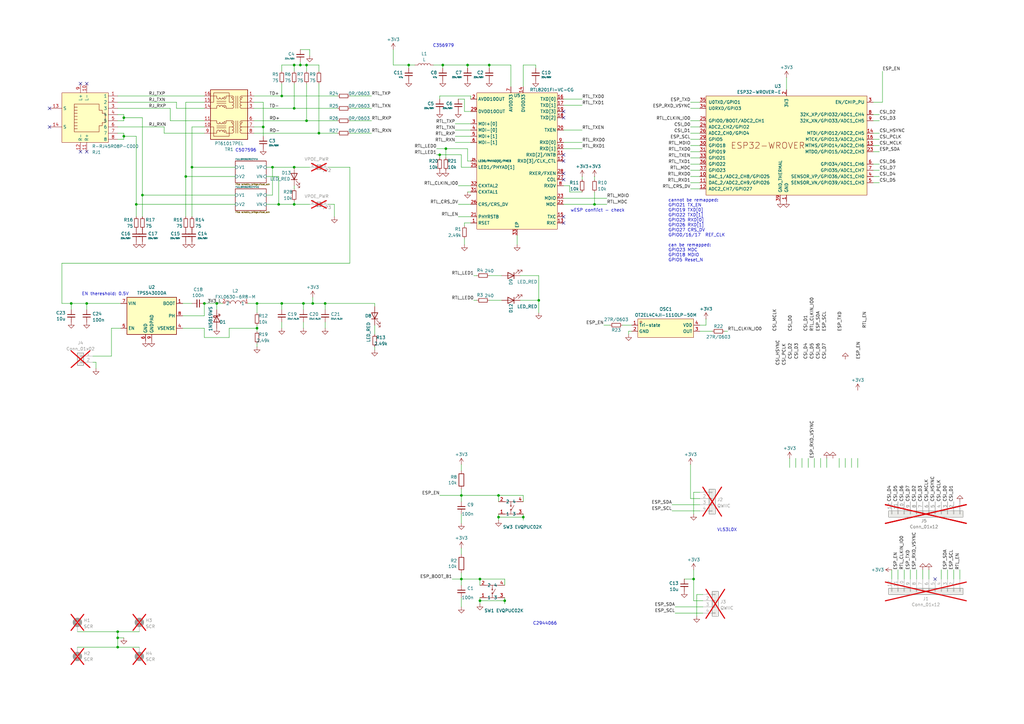
<source format=kicad_sch>
(kicad_sch (version 20231120) (generator "eeschema") (generator_version "8.0")
  (paper "A3")
  (junction (at 196.85 246.38))
  (junction (at 120.65 44.45))
  (junction (at 204.47 203.2))
  (junction (at 243.84 83.82))
  (junction (at 214.63 212.09))
  (junction (at 88.9 124.46))
  (junction (at 167.64 26.67))
  (junction (at 50.8 55.88))
  (junction (at 207.01 246.38))
  (junction (at 191.77 26.67))
  (junction (at 111.76 68.58))
  (junction (at 105.41 124.46))
  (junction (at 124.46 124.46))
  (junction (at 220.98 123.19))
  (junction (at 78.74 68.58))
  (junction (at 115.57 39.37))
  (junction (at 189.23 237.49))
  (junction (at 114.3 83.82))
  (junction (at 204.47 212.09))
  (junction (at 105.41 134.62))
  (junction (at 284.48 237.49))
  (junction (at 133.35 124.46))
  (junction (at 115.57 124.46))
  (junction (at 29.21 124.46))
  (junction (at 125.73 26.67))
  (junction (at 48.26 261.62))
  (junction (at 107.95 52.07))
  (junction (at 123.19 26.67))
  (junction (at 181.61 26.67))
  (junction (at 125.73 49.53))
  (junction (at 55.88 83.82))
  (junction (at 120.65 83.82))
  (junction (at 128.27 124.46))
  (junction (at 189.23 203.2))
  (junction (at 48.26 265.43))
  (junction (at 130.81 54.61))
  (junction (at 76.2 72.39))
  (junction (at 200.66 26.67))
  (junction (at 35.56 124.46))
  (junction (at 48.26 259.08))
  (junction (at 120.65 26.67))
  (junction (at 182.88 60.96))
  (junction (at 50.8 48.26))
  (junction (at 196.85 237.49))
  (junction (at 58.42 80.01))
  (junction (at 180.34 63.5))
  (junction (at 83.82 124.46))
  (junction (at 120.65 68.58))
  (no_connect (at 231.14 63.5))
  (no_connect (at 35.56 62.23))
  (no_connect (at 35.56 34.29))
  (no_connect (at 383.54 237.49))
  (no_connect (at 231.14 88.9))
  (no_connect (at 231.14 71.12))
  (no_connect (at 231.14 48.26))
  (no_connect (at 231.14 91.44))
  (no_connect (at 231.14 73.66))
  (no_connect (at 231.14 45.72))
  (no_connect (at 231.14 66.04))
  (no_connect (at 20.32 44.45))
  (no_connect (at 33.02 34.29))
  (no_connect (at 20.32 52.07))
  (no_connect (at 33.02 62.23))
  (wire (pts (xy 233.68 76.2) (xy 233.68 78.74)))
  (wire (pts (xy 48.26 54.61) (xy 50.8 54.61)))
  (wire (pts (xy 115.57 124.46) (xy 115.57 127)))
  (wire (pts (xy 207.01 246.38) (xy 196.85 246.38)))
  (wire (pts (xy 196.85 237.49) (xy 196.85 240.03)))
  (wire (pts (xy 187.96 88.9) (xy 193.04 88.9)))
  (wire (pts (xy 115.57 39.37) (xy 104.14 39.37)))
  (wire (pts (xy 180.34 39.37) (xy 180.34 40.64)))
  (wire (pts (xy 189.23 203.2) (xy 189.23 205.74)))
  (wire (pts (xy 35.56 124.46) (xy 35.56 127)))
  (wire (pts (xy 214.63 210.82) (xy 214.63 212.09)))
  (wire (pts (xy 334.01 191.77) (xy 334.01 187.96)))
  (wire (pts (xy 243.84 78.74) (xy 243.84 83.82)))
  (wire (pts (xy 214.63 212.09) (xy 204.47 212.09)))
  (wire (pts (xy 83.82 134.62) (xy 83.82 138.43)))
  (wire (pts (xy 78.74 68.58) (xy 96.52 68.58)))
  (wire (pts (xy 297.18 135.89) (xy 298.45 135.89)))
  (wire (pts (xy 373.38 237.49) (xy 373.38 233.68)))
  (wire (pts (xy 190.5 100.33) (xy 190.5 97.79)))
  (wire (pts (xy 200.66 123.19) (xy 205.74 123.19)))
  (wire (pts (xy 105.41 124.46) (xy 115.57 124.46)))
  (wire (pts (xy 189.23 214.63) (xy 189.23 210.82)))
  (wire (pts (xy 283.21 54.61) (xy 287.02 54.61)))
  (wire (pts (xy 375.92 237.49) (xy 375.92 233.68)))
  (wire (pts (xy 283.21 52.07) (xy 287.02 52.07)))
  (wire (pts (xy 187.96 76.2) (xy 193.04 76.2)))
  (wire (pts (xy 93.98 134.62) (xy 105.41 134.62)))
  (wire (pts (xy 200.66 113.03) (xy 205.74 113.03)))
  (wire (pts (xy 48.26 265.43) (xy 57.15 265.43)))
  (wire (pts (xy 214.63 35.56) (xy 214.63 26.67)))
  (wire (pts (xy 74.93 134.62) (xy 83.82 134.62)))
  (wire (pts (xy 339.09 191.77) (xy 339.09 187.96)))
  (wire (pts (xy 120.65 68.58) (xy 127 68.58)))
  (wire (pts (xy 186.69 55.88) (xy 193.04 55.88)))
  (wire (pts (xy 111.76 68.58) (xy 120.65 68.58)))
  (wire (pts (xy 161.29 20.32) (xy 161.29 26.67)))
  (wire (pts (xy 125.73 49.53) (xy 104.14 49.53)))
  (wire (pts (xy 220.98 113.03) (xy 213.36 113.03)))
  (wire (pts (xy 200.66 26.67) (xy 191.77 26.67)))
  (wire (pts (xy 50.8 57.15) (xy 48.26 57.15)))
  (wire (pts (xy 280.67 237.49) (xy 284.48 237.49)))
  (wire (pts (xy 181.61 26.67) (xy 181.61 27.94)))
  (wire (pts (xy 328.93 191.77) (xy 328.93 187.96)))
  (wire (pts (xy 115.57 34.29) (xy 115.57 39.37)))
  (wire (pts (xy 284.48 237.49) (xy 284.48 233.68)))
  (wire (pts (xy 189.23 237.49) (xy 196.85 237.49)))
  (wire (pts (xy 31.75 259.08) (xy 48.26 259.08)))
  (wire (pts (xy 120.65 26.67) (xy 123.19 26.67)))
  (wire (pts (xy 287.02 135.89) (xy 292.1 135.89)))
  (wire (pts (xy 284.48 201.93) (xy 287.02 201.93)))
  (wire (pts (xy 243.84 72.39) (xy 243.84 73.66)))
  (wire (pts (xy 125.73 34.29) (xy 125.73 49.53)))
  (wire (pts (xy 351.79 191.77) (xy 351.79 187.96)))
  (wire (pts (xy 189.23 203.2) (xy 180.34 203.2)))
  (wire (pts (xy 152.4 54.61) (xy 143.51 54.61)))
  (wire (pts (xy 133.35 134.62) (xy 133.35 132.08)))
  (wire (pts (xy 196.85 237.49) (xy 207.01 237.49)))
  (wire (pts (xy 115.57 26.67) (xy 120.65 26.67)))
  (wire (pts (xy 365.76 237.49) (xy 365.76 233.68)))
  (wire (pts (xy 360.68 54.61) (xy 358.14 54.61)))
  (wire (pts (xy 204.47 210.82) (xy 204.47 212.09)))
  (wire (pts (xy 196.85 245.11) (xy 196.85 246.38)))
  (wire (pts (xy 190.5 45.72) (xy 190.5 40.64)))
  (wire (pts (xy 344.17 191.77) (xy 344.17 187.96)))
  (wire (pts (xy 238.76 60.96) (xy 231.14 60.96)))
  (wire (pts (xy 130.81 54.61) (xy 104.14 54.61)))
  (wire (pts (xy 231.14 76.2) (xy 233.68 76.2)))
  (wire (pts (xy 360.68 67.31) (xy 358.14 67.31)))
  (wire (pts (xy 78.74 52.07) (xy 78.74 68.58)))
  (wire (pts (xy 194.31 123.19) (xy 195.58 123.19)))
  (wire (pts (xy 48.26 41.91) (xy 72.39 41.91)))
  (wire (pts (xy 74.93 124.46) (xy 78.74 124.46)))
  (wire (pts (xy 283.21 59.69) (xy 287.02 59.69)))
  (wire (pts (xy 114.3 72.39) (xy 114.3 83.82)))
  (wire (pts (xy 137.16 83.82) (xy 134.62 83.82)))
  (wire (pts (xy 257.81 135.89) (xy 259.08 135.89)))
  (wire (pts (xy 143.51 68.58) (xy 143.51 107.95)))
  (wire (pts (xy 105.41 124.46) (xy 105.41 128.27)))
  (wire (pts (xy 283.21 77.47) (xy 287.02 77.47)))
  (wire (pts (xy 189.23 68.58) (xy 193.04 68.58)))
  (wire (pts (xy 48.26 259.08) (xy 48.26 261.62)))
  (wire (pts (xy 238.76 58.42) (xy 231.14 58.42)))
  (wire (pts (xy 186.69 58.42) (xy 193.04 58.42)))
  (wire (pts (xy 204.47 212.09) (xy 204.47 213.36)))
  (wire (pts (xy 191.77 66.04) (xy 193.04 66.04)))
  (wire (pts (xy 25.4 107.95) (xy 25.4 124.46)))
  (wire (pts (xy 105.41 140.97) (xy 105.41 142.24)))
  (wire (pts (xy 107.95 52.07) (xy 104.14 52.07)))
  (wire (pts (xy 361.95 29.21) (xy 361.95 41.91)))
  (wire (pts (xy 29.21 124.46) (xy 35.56 124.46)))
  (wire (pts (xy 196.85 246.38) (xy 196.85 247.65)))
  (wire (pts (xy 50.8 55.88) (xy 55.88 55.88)))
  (wire (pts (xy 213.36 123.19) (xy 220.98 123.19)))
  (wire (pts (xy 191.77 60.96) (xy 191.77 66.04)))
  (wire (pts (xy 326.39 191.77) (xy 326.39 187.96)))
  (wire (pts (xy 182.88 60.96) (xy 191.77 60.96)))
  (wire (pts (xy 180.34 63.5) (xy 180.34 64.77)))
  (wire (pts (xy 207.01 247.65) (xy 207.01 246.38)))
  (wire (pts (xy 35.56 124.46) (xy 49.53 124.46)))
  (wire (pts (xy 378.46 237.49) (xy 378.46 233.68)))
  (wire (pts (xy 284.48 210.82) (xy 284.48 201.93)))
  (wire (pts (xy 179.07 63.5) (xy 180.34 63.5)))
  (wire (pts (xy 76.2 41.91) (xy 76.2 72.39)))
  (wire (pts (xy 193.04 39.37) (xy 180.34 39.37)))
  (wire (pts (xy 193.04 45.72) (xy 190.5 45.72)))
  (wire (pts (xy 360.68 46.99) (xy 358.14 46.99)))
  (wire (pts (xy 189.23 63.5) (xy 189.23 68.58)))
  (wire (pts (xy 393.7 237.49) (xy 393.7 233.68)))
  (wire (pts (xy 331.47 191.77) (xy 331.47 187.96)))
  (wire (pts (xy 55.88 55.88) (xy 55.88 83.82)))
  (wire (pts (xy 83.82 124.46) (xy 88.9 124.46)))
  (wire (pts (xy 93.98 134.62) (xy 93.98 138.43)))
  (wire (pts (xy 55.88 83.82) (xy 55.88 88.9)))
  (wire (pts (xy 153.67 133.35) (xy 153.67 137.16)))
  (wire (pts (xy 186.69 50.8) (xy 193.04 50.8)))
  (wire (pts (xy 78.74 52.07) (xy 83.82 52.07)))
  (wire (pts (xy 55.88 83.82) (xy 96.52 83.82)))
  (wire (pts (xy 283.21 57.15) (xy 287.02 57.15)))
  (wire (pts (xy 194.31 113.03) (xy 195.58 113.03)))
  (wire (pts (xy 83.82 41.91) (xy 76.2 41.91)))
  (wire (pts (xy 127 20.32) (xy 127 22.86)))
  (wire (pts (xy 48.26 39.37) (xy 83.82 39.37)))
  (wire (pts (xy 138.43 39.37) (xy 115.57 39.37)))
  (wire (pts (xy 370.84 237.49) (xy 370.84 233.68)))
  (wire (pts (xy 88.9 124.46) (xy 91.44 124.46)))
  (wire (pts (xy 143.51 107.95) (xy 25.4 107.95)))
  (wire (pts (xy 72.39 44.45) (xy 83.82 44.45)))
  (wire (pts (xy 189.23 237.49) (xy 189.23 234.95)))
  (wire (pts (xy 358.14 72.39) (xy 360.68 72.39)))
  (wire (pts (xy 104.14 41.91) (xy 107.95 41.91)))
  (wire (pts (xy 120.65 34.29) (xy 120.65 44.45)))
  (wire (pts (xy 190.5 91.44) (xy 193.04 91.44)))
  (wire (pts (xy 123.19 26.67) (xy 125.73 26.67)))
  (wire (pts (xy 182.88 60.96) (xy 182.88 64.77)))
  (wire (pts (xy 115.57 124.46) (xy 124.46 124.46)))
  (wire (pts (xy 360.68 49.53) (xy 358.14 49.53)))
  (wire (pts (xy 287.02 49.53) (xy 283.21 49.53)))
  (wire (pts (xy 130.81 26.67) (xy 130.81 29.21)))
  (wire (pts (xy 287.02 67.31) (xy 283.21 67.31)))
  (wire (pts (xy 137.16 88.9) (xy 137.16 83.82)))
  (wire (pts (xy 88.9 124.46) (xy 88.9 127)))
  (wire (pts (xy 109.22 83.82) (xy 114.3 83.82)))
  (wire (pts (xy 212.09 100.33) (xy 212.09 96.52)))
  (wire (pts (xy 368.3 237.49) (xy 368.3 233.68)))
  (wire (pts (xy 287.02 64.77) (xy 283.21 64.77)))
  (wire (pts (xy 189.23 237.49) (xy 189.23 240.03)))
  (wire (pts (xy 214.63 203.2) (xy 214.63 205.74)))
  (wire (pts (xy 134.62 68.58) (xy 143.51 68.58)))
  (wire (pts (xy 238.76 53.34) (xy 231.14 53.34)))
  (wire (pts (xy 185.42 237.49) (xy 189.23 237.49)))
  (wire (pts (xy 191.77 78.74) (xy 193.04 78.74)))
  (wire (pts (xy 189.23 224.79) (xy 189.23 227.33)))
  (wire (pts (xy 111.76 80.01) (xy 111.76 68.58)))
  (wire (pts (xy 109.22 68.58) (xy 111.76 68.58)))
  (wire (pts (xy 231.14 83.82) (xy 243.84 83.82)))
  (wire (pts (xy 105.41 133.35) (xy 105.41 134.62)))
  (wire (pts (xy 386.08 237.49) (xy 386.08 233.68)))
  (wire (pts (xy 83.82 138.43) (xy 93.98 138.43)))
  (wire (pts (xy 124.46 124.46) (xy 124.46 127)))
  (wire (pts (xy 360.68 59.69) (xy 358.14 59.69)))
  (wire (pts (xy 209.55 35.56) (xy 209.55 26.67)))
  (wire (pts (xy 207.01 237.49) (xy 207.01 240.03)))
  (wire (pts (xy 58.42 80.01) (xy 96.52 80.01)))
  (wire (pts (xy 124.46 134.62) (xy 124.46 132.08)))
  (wire (pts (xy 128.27 121.92) (xy 128.27 124.46)))
  (wire (pts (xy 285.75 243.84) (xy 288.29 243.84)))
  (wire (pts (xy 138.43 49.53) (xy 125.73 49.53)))
  (wire (pts (xy 125.73 26.67) (xy 130.81 26.67)))
  (wire (pts (xy 123.19 20.32) (xy 127 20.32)))
  (wire (pts (xy 189.23 190.5) (xy 189.23 193.04)))
  (wire (pts (xy 287.02 41.91) (xy 283.21 41.91)))
  (wire (pts (xy 190.5 40.64) (xy 187.96 40.64)))
  (wire (pts (xy 48.26 44.45) (xy 69.85 44.45)))
  (wire (pts (xy 193.04 40.64) (xy 193.04 39.37)))
  (wire (pts (xy 109.22 80.01) (xy 111.76 80.01)))
  (wire (pts (xy 48.26 259.08) (xy 57.15 259.08)))
  (wire (pts (xy 115.57 29.21) (xy 115.57 26.67)))
  (wire (pts (xy 138.43 54.61) (xy 130.81 54.61)))
  (wire (pts (xy 107.95 41.91) (xy 107.95 52.07)))
  (wire (pts (xy 45.72 146.05) (xy 45.72 134.62)))
  (wire (pts (xy 275.59 207.01) (xy 287.02 207.01)))
  (wire (pts (xy 152.4 49.53) (xy 143.51 49.53)))
  (wire (pts (xy 67.31 54.61) (xy 83.82 54.61)))
  (wire (pts (xy 284.48 246.38) (xy 284.48 237.49)))
  (wire (pts (xy 167.64 26.67) (xy 161.29 26.67)))
  (wire (pts (xy 358.14 41.91) (xy 361.95 41.91)))
  (wire (pts (xy 238.76 43.18) (xy 231.14 43.18)))
  (wire (pts (xy 238.76 72.39) (xy 238.76 73.66)))
  (wire (pts (xy 283.21 72.39) (xy 287.02 72.39)))
  (wire (pts (xy 257.81 137.16) (xy 257.81 135.89)))
  (wire (pts (xy 120.65 82.55) (xy 120.65 83.82)))
  (wire (pts (xy 191.77 26.67) (xy 181.61 26.67)))
  (wire (pts (xy 180.34 63.5) (xy 189.23 63.5)))
  (wire (pts (xy 167.64 26.67) (xy 170.18 26.67)))
  (wire (pts (xy 204.47 203.2) (xy 204.47 205.74)))
  (wire (pts (xy 349.25 191.77) (xy 349.25 187.96)))
  (wire (pts (xy 105.41 134.62) (xy 105.41 135.89)))
  (wire (pts (xy 153.67 142.24) (xy 153.67 143.51)))
  (wire (pts (xy 153.67 124.46) (xy 153.67 125.73)))
  (wire (pts (xy 220.98 123.19) (xy 220.98 128.27)))
  (wire (pts (xy 115.57 134.62) (xy 115.57 132.08)))
  (wire (pts (xy 255.27 133.35) (xy 259.08 133.35)))
  (wire (pts (xy 25.4 124.46) (xy 29.21 124.46)))
  (wire (pts (xy 283.21 190.5) (xy 283.21 204.47)))
  (wire (pts (xy 179.07 60.96) (xy 182.88 60.96)))
  (wire (pts (xy 152.4 39.37) (xy 143.51 39.37)))
  (wire (pts (xy 39.37 151.13) (xy 39.37 148.59)))
  (wire (pts (xy 58.42 80.01) (xy 58.42 88.9)))
  (wire (pts (xy 29.21 124.46) (xy 29.21 127)))
  (wire (pts (xy 177.8 26.67) (xy 181.61 26.67)))
  (wire (pts (xy 189.23 203.2) (xy 204.47 203.2)))
  (wire (pts (xy 191.77 26.67) (xy 191.77 27.94)))
  (wire (pts (xy 50.8 48.26) (xy 50.8 49.53)))
  (wire (pts (xy 186.69 53.34) (xy 193.04 53.34)))
  (wire (pts (xy 124.46 124.46) (xy 128.27 124.46)))
  (wire (pts (xy 214.63 26.67) (xy 219.71 26.67)))
  (wire (pts (xy 120.65 44.45) (xy 104.14 44.45)))
  (wire (pts (xy 283.21 74.93) (xy 287.02 74.93)))
  (wire (pts (xy 214.63 213.36) (xy 214.63 212.09)))
  (wire (pts (xy 120.65 76.2) (xy 120.65 77.47)))
  (wire (pts (xy 276.86 251.46) (xy 288.29 251.46)))
  (wire (pts (xy 233.68 78.74) (xy 238.76 78.74)))
  (wire (pts (xy 114.3 83.82) (xy 120.65 83.82)))
  (wire (pts (xy 125.73 26.67) (xy 125.73 29.21)))
  (wire (pts (xy 107.95 52.07) (xy 107.95 55.88)))
  (wire (pts (xy 287.02 62.23) (xy 283.21 62.23)))
  (wire (pts (xy 231.14 81.28) (xy 248.92 81.28)))
  (wire (pts (xy 130.81 34.29) (xy 130.81 54.61)))
  (wire (pts (xy 78.74 68.58) (xy 78.74 88.9)))
  (wire (pts (xy 360.68 69.85) (xy 358.14 69.85)))
  (wire (pts (xy 39.37 148.59) (xy 38.1 148.59)))
  (wire (pts (xy 120.65 83.82) (xy 127 83.82)))
  (wire (pts (xy 138.43 44.45) (xy 120.65 44.45)))
  (wire (pts (xy 288.29 246.38) (xy 284.48 246.38)))
  (wire (pts (xy 152.4 44.45) (xy 143.51 44.45)))
  (wire (pts (xy 48.26 261.62) (xy 48.26 265.43)))
  (wire (pts (xy 200.66 26.67) (xy 200.66 27.94)))
  (wire (pts (xy 336.55 191.77) (xy 336.55 187.96)))
  (wire (pts (xy 50.8 46.99) (xy 50.8 48.26)))
  (wire (pts (xy 207.01 245.11) (xy 207.01 246.38)))
  (wire (pts (xy 133.35 124.46) (xy 133.35 127)))
  (wire (pts (xy 76.2 72.39) (xy 96.52 72.39)))
  (wire (pts (xy 187.96 83.82) (xy 193.04 83.82)))
  (wire (pts (xy 190.5 92.71) (xy 190.5 91.44)))
  (wire (pts (xy 69.85 49.53) (xy 83.82 49.53)))
  (wire (pts (xy 360.68 62.23) (xy 358.14 62.23)))
  (wire (pts (xy 45.72 134.62) (xy 49.53 134.62)))
  (wire (pts (xy 283.21 69.85) (xy 287.02 69.85)))
  (wire (pts (xy 189.23 248.92) (xy 189.23 245.11)))
  (wire (pts (xy 322.58 31.75) (xy 322.58 36.83)))
  (wire (pts (xy 287.02 204.47) (xy 283.21 204.47)))
  (wire (pts (xy 289.56 133.35) (xy 287.02 133.35)))
  (wire (pts (xy 123.19 26.67) (xy 123.19 25.4)))
  (wire (pts (xy 204.47 203.2) (xy 214.63 203.2)))
  (wire (pts (xy 360.68 57.15) (xy 358.14 57.15)))
  (wire (pts (xy 48.26 52.07) (xy 67.31 52.07)))
  (wire (pts (xy 285.75 252.73) (xy 285.75 243.84)))
  (wire (pts (xy 243.84 83.82) (xy 248.92 83.82)))
  (wire (pts (xy 276.86 248.92) (xy 288.29 248.92)))
  (wire (pts (xy 391.16 237.49) (xy 391.16 233.68)))
  (wire (pts (xy 289.56 130.81) (xy 289.56 133.35)))
  (wire (pts (xy 381 237.49) (xy 381 233.68)))
  (wire (pts (xy 58.42 48.26) (xy 58.42 80.01)))
  (wire (pts (xy 31.75 265.43) (xy 48.26 265.43)))
  (wire (pts (xy 346.71 191.77) (xy 346.71 187.96)))
  (wire (pts (xy 220.98 123.19) (xy 220.98 113.03)))
  (wire (pts (xy 74.93 129.54) (xy 83.82 129.54)))
  (wire (pts (xy 247.65 133.35) (xy 250.19 133.35)))
  (wire (pts (xy 133.35 124.46) (xy 153.67 124.46)))
  (wire (pts (xy 83.82 124.46) (xy 83.82 129.54)))
  (wire (pts (xy 128.27 124.46) (xy 133.35 124.46)))
  (wire (pts (xy 67.31 52.07) (xy 67.31 54.61)))
  (wire (pts (xy 50.8 55.88) (xy 50.8 57.15)))
  (wire (pts (xy 209.55 26.67) (xy 200.66 26.67)))
  (wire (pts (xy 50.8 48.26) (xy 58.42 48.26)))
  (wire (pts (xy 388.62 237.49) (xy 388.62 233.68)))
  (wire (pts (xy 50.8 49.53) (xy 48.26 49.53)))
  (wire (pts (xy 358.14 74.93) (xy 360.68 74.93)))
  (wire (pts (xy 76.2 72.39) (xy 76.2 88.9)))
  (wire (pts (xy 50.8 54.61) (xy 50.8 55.88)))
  (wire (pts (xy 238.76 40.64) (xy 231.14 40.64)))
  (wire (pts (xy 219.71 26.67) (xy 219.71 27.94)))
  (wire (pts (xy 283.21 44.45) (xy 287.02 44.45)))
  (wire (pts (xy 69.85 44.45) (xy 69.85 49.53)))
  (wire (pts (xy 72.39 41.91) (xy 72.39 44.45)))
  (wire (pts (xy 48.26 261.62) (xy 50.8 261.62)))
  (wire (pts (xy 323.85 191.77) (xy 323.85 187.96)))
  (wire (pts (xy 167.64 26.67) (xy 167.64 27.94)))
  (wire (pts (xy 101.6 124.46) (xy 105.41 124.46)))
  (wire (pts (xy 109.22 72.39) (xy 114.3 72.39)))
  (wire (pts (xy 48.26 46.99) (xy 50.8 46.99)))
  (wire (pts (xy 120.65 26.67) (xy 120.65 29.21)))
  (wire (pts (xy 189.23 203.2) (xy 189.23 200.66)))
  (wire (pts (xy 38.1 146.05) (xy 45.72 146.05)))
  (wire (pts (xy 275.59 209.55) (xy 287.02 209.55)))
  (text "wESP conflict - check" (at 245.11 86.36 0) (effects (font (size 1.27 1.27))))
  (text "cannot be remapped:\nGPIO21 TX_EN\nGPIO19 TXD[0]\nGPIO22 TXD[1]\nGPIO25 RXD[0]\nGPIO26 RXD[1]\nGPIO27 CRS_DV\nGPIO0/16/17  REF_CLK\n\ncan be remapped:\nGPIO23 MDC\nGPIO18 MDIO\nGPIO5 Reset_N\n" (at 274.066 94.488 0) (effects (font (size 1.27 1.27)) (justify left)))
  (text "C2944066" (at 223.52 255.778 0) (effects (font (size 1.27 1.27))))
  (text "C356979" (at 181.864 18.796 0) (effects (font (size 1.27 1.27))))
  (text "VL53L0X" (at 298.196 217.424 0) (effects (font (size 1.27 1.27))))
  (text "W5500 - $2.2710 \nESP32S3-N8R2 - $4.23 \n\n\nRTL -  $0.7680\nESP -  $3.5640" (at 425.196 89.662 0) (effects (font (size 1.27 1.27)) (justify left)))
  (text "EN thereshold: 0.5V" (at 43.18 120.65 0) (effects (font (size 1.27 1.27))))
  (text "C507596" (at 100.838 61.722 0) (effects (font (size 1.27 1.27))))
  (label "RTL_CLKIN_IO0" (at 298.45 135.89 0))
  (label "ESP_EN" (at 353.06 147.32 90))
  (label "CSI_MCLK" (at 318.77 135.89 90))
  (label "RTL_EN" (at 355.6 134.62 90))
  (label "ESP_SDA" (at 360.68 62.23 0))
  (label "RTL_TXP" (at 152.4 39.37 0))
  (label "RJ_TXN" (at 60.96 41.91 0))
  (label "ESP_EN" (at 180.34 203.2 180))
  (label "CSI_D0" (at 325.12 135.89 90))
  (label "ESP_SDA" (at 275.59 207.01 180))
  (label "ESP_SCL" (at 275.59 209.55 180))
  (label "CSI_MCLK" (at 360.68 59.69 0))
  (label "RTL_TXP" (at 186.69 50.8 180))
  (label "RTL_RXD1" (at 283.21 74.93 180))
  (label "RTL_TXN" (at 186.69 53.34 180))
  (label "ESP_SDA" (at 336.55 135.89 90))
  (label "CSI_D2" (at 375.92 205.74 90))
  (label "ESP_RXD_VSYNC" (at 283.21 44.45 180))
  (label "RTL_EN" (at 393.7 233.68 90))
  (label "CSI_D5" (at 360.68 74.93 0))
  (label "RTL_RXP" (at 152.4 49.53 0))
  (label "RTL_MDC" (at 248.92 83.82 0))
  (label "RTL_LED1" (at 194.31 113.03 180))
  (label "ESP_SCL" (at 391.16 233.68 90))
  (label "RTL_MDC" (at 283.21 69.85 180))
  (label "ESP_SCL" (at 276.86 251.46 180))
  (label "CSI_HSYNC" (at 360.68 54.61 0))
  (label "ESP_BOOT_B1" (at 185.42 237.49 180))
  (label "RTL_RXD0" (at 238.76 58.42 0))
  (label "RTL_RXN" (at 152.4 54.61 0))
  (label "CSI_D0" (at 388.62 205.74 90))
  (label "RTL_TXD1" (at 283.21 67.31 180))
  (label "CSI_D2" (at 360.68 46.99 0))
  (label "ESP_EN" (at 361.95 29.21 0))
  (label "RTL_TXEN" (at 283.21 64.77 180))
  (label "RTL_TXN" (at 152.4 44.45 0))
  (label "RTL_TXD0" (at 238.76 40.64 0))
  (label "ESP_EN" (at 247.65 133.35 180))
  (label "ESP_TXD" (at 373.38 233.68 90))
  (label "ESP_SCL" (at 283.21 57.15 180))
  (label "RTL_MDIO" (at 248.92 81.28 0))
  (label "RTL_MDIO" (at 283.21 59.69 180))
  (label "ESP_SDA" (at 388.62 233.68 90))
  (label "RTL_TXEN" (at 238.76 53.34 0))
  (label "ESP_SCL" (at 339.09 135.89 90))
  (label "CSI_MCLK" (at 381 205.74 90))
  (label "CSI_D7" (at 360.68 69.85 0))
  (label "RTL_LED1" (at 179.07 63.5 180))
  (label "CSI_D3" (at 327.66 147.32 90))
  (label "RJ_RXN" (at 60.96 52.07 0))
  (label "ESP_RXD_VSYNC" (at 375.92 233.68 90))
  (label "RTL_LED0" (at 179.07 60.96 180))
  (label "CSI_D4" (at 365.76 205.74 90))
  (label "TD+" (at 110.49 39.37 0))
  (label "RJ_RXP" (at 60.96 44.45 0))
  (label "CSI_D6" (at 360.68 67.31 0))
  (label "CSI_D1" (at 391.16 205.74 90))
  (label "RTL_TXD1" (at 238.76 43.18 0))
  (label "RTL_CLKIN_IO0" (at 370.84 233.68 90))
  (label "CSI_PCLK" (at 360.68 57.15 0))
  (label "CSI_HSYNC" (at 320.04 149.86 90))
  (label "RTL_CLKIN_IO0" (at 283.21 49.53 180))
  (label "ESP_EN" (at 368.3 233.68 90))
  (label "RTL_CLKIN_IO0" (at 187.96 76.2 180))
  (label "CSI_D0" (at 283.21 52.07 180))
  (label "CSI_D2" (at 325.12 147.32 90))
  (label "CSI_D6" (at 336.55 147.32 90))
  (label "RTL_CLKIN_IO0" (at 334.01 135.89 90))
  (label "RTL_LED0" (at 194.31 123.19 180))
  (label "3V3_L" (at 85.0812 124.46 0))
  (label "CSI_D6" (at 370.84 205.74 90))
  (label "CSI_D5" (at 368.3 205.74 90))
  (label "RTL_RXP" (at 186.69 55.88 180))
  (label "CSI_HSYNC" (at 383.54 205.74 90))
  (label "RTL_RXD1" (at 238.76 60.96 0))
  (label "CSI_D5" (at 334.01 147.32 90))
  (label "RTL_TXD0" (at 283.21 62.23 180))
  (label "CSI_D3" (at 378.46 205.74 90))
  (label "ESP_SDA" (at 276.86 248.92 180))
  (label "RTL_CRS_DV" (at 187.96 83.82 180))
  (label "CSI_D3" (at 360.68 49.53 0))
  (label "ESP_RXD_VSYNC" (at 334.01 187.96 90))
  (label "CSI_PCLK" (at 386.08 205.74 90))
  (label "CSI_PCLK" (at 322.58 149.86 90))
  (label "RJ_TXP" (at 60.96 39.37 0))
  (label "ESP_TXD" (at 283.21 41.91 180))
  (label "RD-" (at 110.49 54.61 0))
  (label "CSI_D4" (at 331.47 147.32 90))
  (label "RTL_CRS_DV" (at 283.21 77.47 180))
  (label "RTL_RXN" (at 186.69 58.42 180))
  (label "CSI_D4" (at 360.68 72.39 0))
  (label "RTL_EN" (at 187.96 88.9 180))
  (label "ESP_TXD" (at 345.44 135.89 90))
  (label "TD-" (at 110.49 44.45 0))
  (label "RTL_RXD0" (at 283.21 72.39 180))
  (label "CSI_D7" (at 373.38 205.74 90))
  (label "CSI_D1" (at 331.47 135.89 90))
  (label "CSI_D1" (at 283.21 54.61 180))
  (label "CSI_D7" (at 339.09 147.32 90))
  (label "RD+" (at 110.49 49.53 0))
  (symbol (lib_id "power:+3V3") (at 351.79 160.02 0) (unit 1)
    (property "Reference" "#PWR058" (effects (hide yes)))
    (property "Value" "+3V3" (at 351.79 155.8869 0))
    (property "Description" "Power symbol creates a global label with name \"+3V3\"" (effects (hide yes)))
  )
  (symbol (lib_id "power:GND") (at 346.71 147.32 180) (unit 1)
    (property "Reference" "#PWR049" (effects (hide yes)))
    (property "Value" "GND" (effects (hide yes)))
  )
  (symbol (lib_id "power:GND") (at 107.95 60.96 0) (mirror y) (unit 1)
    (property "Reference" "#PWR021" (effects (hide yes)))
    (property "Value" "GND" (effects (hide yes)))
  )
  (symbol (lib_id "power:+3V3") (at 323.85 187.96 0) (unit 1)
    (property "Reference" "#PWR059" (effects (hide yes)))
    (property "Value" "+3V3" (at 323.85 183.8269 0))
    (property "Description" "Power symbol creates a global label with name \"+3V3\"" (effects (hide yes)))
  )
  (symbol (lib_id "power:GND") (at 133.35 134.62 0) (mirror y) (unit 1)
    (property "Reference" "#PWR048" (effects (hide yes)))
    (property "Value" "GND" (effects (hide yes)))
  )
  (symbol (lib_id "power:+3V3") (at 365.76 233.68 90) (unit 1)
    (property "Reference" "#PWR09" (effects (hide yes)))
    (property "Value" "+3V3" (at 362.585 233.68 90) (effects (justify left)))
    (property "Description" "Power symbol creates a global label with name \"+3V3\"" (effects (hide yes)))
  )
  (symbol (lib_id "Device:R_Small") (at 198.12 123.19 90) (unit 1)
    (property "Reference" "R3" (at 196.85 121.0269 90))
    (property "Value" "240" (at 200.66 121.262 90))
    (property "Footprint" "Resistor_SMD:R_0402_1005Metric" (effects (hide yes)))
  )
  (symbol (lib_id "Device:R_Small") (at 130.81 31.75 180) (unit 1)
    (property "Reference" "R9" (at 129.54 30.48 0) (effects (justify left)))
    (property "Value" "75" (at 129.54 33.02 0) (effects (justify left)))
    (property "Footprint" "Resistor_SMD:R_0402_1005Metric" (effects (hide yes)))
  )
  (symbol (lib_id "Device:C_Small") (at 35.56 129.54 180) (unit 1)
    (property "Reference" "C24" (at 37.8841 128.6989 0) (effects (justify right)))
    (property "Value" "100n" (at 37.8841 131.2358 0) (effects (justify right)))
    (property "Footprint" "Capacitor_SMD:C_0402_1005Metric" (effects (hide yes)))
  )
  (symbol (lib_id "power:+3V3") (at 128.27 121.92 0) (unit 1)
    (property "Reference" "#PWR044" (effects (hide yes)))
    (property "Value" "+3V3" (at 128.27 117.7869 0))
    (property "Description" "Power symbol creates a global label with name \"+3V3\"" (effects (hide yes)))
  )
  (symbol (lib_id "Device:C_Small") (at 81.28 124.46 270) (unit 1)
    (property "Reference" "C18" (at 81.2736 118.7534 90))
    (property "Value" "100n" (at 81.2736 121.1777 90))
    (property "Footprint" "Capacitor_SMD:C_0402_1005Metric" (effects (hide yes)))
  )
  (symbol (lib_id "Device:R_Small") (at 238.76 76.2 180) (unit 1)
    (property "Reference" "R11" (at 237.49 74.93 0) (effects (justify left)))
    (property "Value" "10k" (at 237.49 77.47 0) (effects (justify left)))
    (property "Footprint" "Resistor_SMD:R_0402_1005Metric" (effects (hide yes)))
  )
  (symbol (lib_id "Device:R_Small") (at 55.88 91.44 180) (unit 1)
    (property "Reference" "R16" (at 54.61 90.17 0) (effects (justify left)))
    (property "Value" "75" (at 54.61 92.71 0) (effects (justify left)))
    (property "Footprint" "Resistor_SMD:R_0402_1005Metric" (effects (hide yes)))
  )
  (symbol (lib_id "power:GND") (at 167.64 33.02 0) (mirror y) (unit 1)
    (property "Reference" "#PWR028" (effects (hide yes)))
    (property "Value" "GND" (effects (hide yes)))
  )
  (symbol (lib_id "power:GND") (at 220.98 128.27 0) (mirror y) (unit 1)
    (property "Reference" "#PWR016" (effects (hide yes)))
    (property "Value" "GND" (effects (hide yes)))
  )
  (symbol (lib_id "Device:C_Small") (at 123.19 22.86 0) (mirror x) (unit 1)
    (property "Reference" "C4" (at 120.8659 22.1804 0) (effects (justify right)))
    (property "Value" "22n/50V" (at 120.8659 24.0657 0) (effects (font (size 0.6 0.6)) (justify right)))
    (property "Footprint" "Capacitor_SMD:C_0402_1005Metric" (effects (hide yes)))
  )
  (symbol (lib_id "Device:C_Small") (at 191.77 30.48 0) (mirror x) (unit 1)
    (property "Reference" "C7" (at 189.4459 29.8004 0) (effects (justify right)))
    (property "Value" "22n/50V" (at 189.4459 31.6857 0) (effects (font (size 0.6 0.6)) (justify right)))
    (property "Footprint" "Capacitor_SMD:C_0402_1005Metric" (effects (hide yes)))
  )
  (symbol (lib_id "Device:C_Small") (at 280.67 240.03 0) (mirror y) (unit 1)
    (property "Reference" "C13" (at 278.3459 239.2016 0) (effects (justify left)))
    (property "Value" "10u" (at 278.3459 241.7385 0) (effects (justify left)))
    (property "Footprint" "Capacitor_SMD:C_0603_1608Metric" (effects (hide yes)))
  )
  (symbol (lib_id "power:+3V3") (at 243.84 72.39 0) (unit 1)
    (property "Reference" "#PWR040" (effects (hide yes)))
    (property "Value" "+3V3" (at 243.84 68.2569 0))
    (property "Description" "Power symbol creates a global label with name \"+3V3\"" (effects (hide yes)))
  )
  (symbol (lib_id "power:+3V3") (at 189.23 190.5 0) (unit 1)
    (property "Reference" "#PWR014" (effects (hide yes)))
    (property "Value" "+3V3" (at 189.23 186.3669 0))
    (property "Description" "Power symbol creates a global label with name \"+3V3\"" (effects (hide yes)))
  )
  (symbol (lib_id "Connector_Generic:Conn_01x04") (at 293.37 246.38 0) (unit 1) (dnp yes)
    (property "Reference" "J3" (at 295.402 246.8153 0) (effects (justify left)))
    (property "Value" "QWIIC" (at 295.402 249.3522 0) (effects (justify left)))
    (property "Footprint" "Connector_JST:JST_SH_SM04B-SRSS-TB_1x04-1MP_P1.00mm_Horizontal" (effects (hide yes)))
  )
  (symbol (lib_id "Device:R") (at 189.23 231.14 0) (mirror x) (unit 1)
    (property "Reference" "R2" (at 187.452 229.9716 0) (effects (justify right)))
    (property "Value" "10k" (at 187.452 232.283 0) (effects (justify right)))
    (property "Footprint" "Resistor_SMD:R_0402_1005Metric" (effects (hide yes)))
  )
  (symbol (lib_id "power:GND") (at 58.42 99.06 0) (mirror y) (unit 1)
    (property "Reference" "#PWR039" (effects (hide yes)))
    (property "Value" "GND" (effects (hide yes)))
  )
  (symbol (lib_id "Regulator_Switching:TPS5430DDA") (at 62.23 129.54 0) (unit 1)
    (property "Reference" "U2" (at 62.23 117.7755 0))
    (property "Value" "TPS5430DDA" (at 62.23 120.1998 0))
    (property "Footprint" "Package_SO:TI_SO-PowerPAD-8_ThermalVias" (effects (hide yes)))
    (property "Datasheet" "http://www.ti.com/lit/ds/symlink/tps5430.pdf" (effects (hide yes)))
    (property "Description" "3A, Step Down Swift Converter, Adjustable Output Voltage, 5.5-36V Input Voltage, PowerSO-8" (effects (hide yes)))
  )
  (symbol (lib_id "power:GND") (at 76.2 99.06 0) (mirror y) (unit 1)
    (property "Reference" "#PWR037" (effects (hide yes)))
    (property "Value" "GND" (effects (hide yes)))
  )
  (symbol (lib_id "power:GND") (at 180.34 69.85 0) (mirror y) (unit 1)
    (property "Reference" "#PWR056" (effects (hide yes)))
    (property "Value" "GND" (effects (hide yes)))
  )
  (symbol (lib_id "power:GND") (at 200.66 33.02 0) (mirror y) (unit 1)
    (property "Reference" "#PWR017" (effects (hide yes)))
    (property "Value" "GND" (effects (hide yes)))
  )
  (symbol (lib_id "Device:R_Small") (at 140.97 49.53 90) (unit 1)
    (property "Reference" "R26" (at 136.906 48.514 90))
    (property "Value" "0R/0603" (at 147.32 48.514 90))
    (property "Footprint" "Resistor_SMD:R_0603_1608Metric_Pad0.98x0.95mm_HandSolder" (effects (hide yes)))
  )
  (symbol (lib_id "Device:R_Small") (at 243.84 76.2 0) (mirror x) (unit 1)
    (property "Reference" "R10" (at 245.11 74.93 0) (effects (justify left)))
    (property "Value" "10k" (at 245.11 77.47 0) (effects (justify left)))
    (property "Footprint" "Resistor_SMD:R_0402_1005Metric" (effects (hide yes)))
  )
  (symbol (lib_id "easyeda2kicad:OT2EL4C4JI-111OLP-50M") (at 274.32 134.62 0) (unit 1)
    (property "Reference" "OSC1" (at 273.05 126.7925 0))
    (property "Value" "OT2EL4C4JI-111OLP-50M" (at 273.05 129.2168 0))
    (property "Footprint" "easyeda2kicad:OSC-SMD_4P-L3.2-W2.5-BL" (effects (hide yes)))
    (property "LCSC Part" "C5203552" (effects (hide yes)))
    (property "LCSC" "C5203552" (effects (hide yes)))
  )
  (symbol (lib_id "power:GND") (at 212.09 100.33 0) (mirror y) (unit 1)
    (property "Reference" "#PWR03" (effects (hide yes)))
    (property "Value" "GND" (effects (hide yes)))
  )
  (symbol (lib_id "power:GND") (at 137.16 88.9 0) (mirror y) (unit 1)
    (property "Reference" "#PWR043" (effects (hide yes)))
    (property "Value" "GND" (effects (hide yes)))
  )
  (symbol (lib_id "power:GND") (at 50.8 261.62 0) (mirror y) (unit 1)
    (property "Reference" "#PWR042" (effects (hide yes)))
    (property "Value" "GND" (effects (hide yes)))
  )
  (symbol (lib_id "Mechanical:MountingHole_Pad") (at 31.75 267.97 180) (unit 1) (dnp yes)
    (property "Reference" "H2" (at 34.29 268.0278 0) (effects (justify right)))
    (property "Value" "SCR" (at 34.29 270.4521 0) (effects (justify right)))
    (property "Footprint" "MountingHole:MountingHole_2.2mm_M2_Pad_TopOnly" (effects (hide yes)))
  )
  (symbol (lib_name "GND_25") (lib_id "power:GND") (at 189.23 248.92 0) (mirror y) (unit 1)
    (property "Reference" "#PWR08" (effects (hide yes)))
    (property "Value" "GND" (effects (hide yes)))
  )
  (symbol (lib_id "Mechanical:MountingHole_Pad") (at 57.15 256.54 0) (unit 1) (dnp yes)
    (property "Reference" "H3" (at 59.69 254.4353 0) (effects (justify left)))
    (property "Value" "SCR" (at 59.69 256.9722 0) (effects (justify left)))
    (property "Footprint" "MountingHole:MountingHole_2.2mm_M2_Pad_TopOnly" (effects (hide yes)))
  )
  (symbol (lib_id "power:GND") (at 62.23 139.7 0) (mirror y) (unit 1)
    (property "Reference" "#PWR053" (effects (hide yes)))
    (property "Value" "GND" (effects (hide yes)))
  )
  (symbol (lib_id "Device:C_Small") (at 55.88 96.52 0) (mirror x) (unit 1)
    (property "Reference" "C16" (at 53.5559 95.8404 0) (effects (justify right)))
    (property "Value" "22n/50V" (at 53.5559 97.7257 0) (effects (font (size 0.6 0.6)) (justify right)))
    (property "Footprint" "Capacitor_SMD:C_0402_1005Metric" (effects (hide yes)))
  )
  (symbol (lib_id "Device:R_Small") (at 294.64 135.89 270) (unit 1)
    (property "Reference" "R22" (at 294.64 133.858 90))
    (property "Value" "27R/0603" (at 294.64 138.176 90))
    (property "Footprint" "Resistor_SMD:R_0603_1608Metric_Pad0.98x0.95mm_HandSolder" (effects (hide yes)))
  )
  (symbol (lib_id "power:GND") (at 381 233.68 180) (unit 1)
    (property "Reference" "#PWR013" (effects (hide yes)))
    (property "Value" "GND" (effects (hide yes)))
  )
  (symbol (lib_id "power:GND") (at 35.56 132.08 0) (unit 1)
    (property "Reference" "#PWR051" (effects (hide yes)))
    (property "Value" "GND" (effects (hide yes)))
  )
  (symbol (lib_id "easyeda2kicad:RTL8201FI-VC-CG") (at 212.09 66.04 0) (unit 1)
    (property "Reference" "U5" (at 212.09 39.1625 0))
    (property "Value" "RTL8201FI-VC-CG" (at 226.314 36.83 0))
    (property "Footprint" "easyeda2kicad:QFN-32_L5.0-W5.0-P0.50-BL-EP3.4" (effects (hide yes)))
    (property "LCSC Part" "C2763557" (effects (hide yes)))
    (property "LCSC" "C2763557" (effects (hide yes)))
  )
  (symbol (lib_id "Mechanical:MountingHole_Pad") (at 57.15 267.97 180) (unit 1) (dnp yes)
    (property "Reference" "H4" (at 59.69 268.0278 0) (effects (justify right)))
    (property "Value" "SCR" (at 59.69 270.4521 0) (effects (justify right)))
    (property "Footprint" "MountingHole:MountingHole_2.2mm_M2_Pad_TopOnly" (effects (hide yes)))
  )
  (symbol (lib_id "easyeda2kicad:EVQPUC02K") (at 209.55 208.28 180) (unit 1)
    (property "Reference" "SW3" (at 206.248 216.154 0) (effects (justify right)))
    (property "Value" "EVQPUC02K" (at 211.074 216.154 0) (effects (justify right)))
    (property "Footprint" "easyeda2kicad:SW-SMD_EVQPUD02K" (effects (hide yes)))
    (property "Datasheet" "https://lcsc.com/product-detail/Tactile-Switches_PANASONIC_EVQPUC02K_Switch-4-7-3-5-1-65-2-2N-0-3mm-Side-press-SMD_C79174.html" (effects (hide yes)))
  )
  (symbol (lib_id "power:GND") (at 55.88 99.06 0) (mirror y) (unit 1)
    (property "Reference" "#PWR038" (effects (hide yes)))
    (property "Value" "GND" (effects (hide yes)))
  )
  (symbol (lib_id "power:+3V3") (at 283.21 190.5 0) (unit 1)
    (property "Reference" "#PWR029" (effects (hide yes)))
    (property "Value" "+3V3" (at 283.21 186.3669 0))
    (property "Description" "Power symbol creates a global label with name \"+3V3\"" (effects (hide yes)))
  )
  (symbol (lib_id "Device:C_Small") (at 167.64 30.48 0) (mirror x) (unit 1)
    (property "Reference" "C11" (at 165.3159 29.8004 0) (effects (justify right)))
    (property "Value" "47u" (at 165.3159 31.6857 0) (effects (font (size 0.6 0.6)) (justify right)))
    (property "Footprint" "Capacitor_SMD:C_0805_2012Metric" (effects (hide yes)))
  )
  (symbol (lib_id "Device:LED") (at 209.55 113.03 180) (unit 1)
    (property "Reference" "D9" (at 209.55 114.3 90) (effects (justify left)))
    (property "Value" "LED_RED" (at 212.09 115.57 0) (effects (justify right)))
    (property "Footprint" "LED_SMD:LED_0603_1608Metric" (effects (hide yes)))
  )
  (symbol (lib_id "Jumper:SolderJumper_2_Open") (at 130.81 83.82 0) (mirror y) (unit 1) (dnp yes)
    (property "Reference" "JP3" (at 135.89 85.09 0) (effects (justify left)))
    (property "Value" "VPOE_PWR" (at 134.874 80.518 0) (effects (justify left)))
    (property "Footprint" "Jumper:SolderJumper-2_P1.3mm_Open_TrianglePad1.0x1.5mm" (effects (hide yes)))
  )
  (symbol (lib_id "power:GND") (at 88.9 134.62 0) (mirror y) (unit 1)
    (property "Reference" "#PWR045" (effects (hide yes)))
    (property "Value" "GND" (effects (hide yes)))
  )
  (symbol (lib_id "Jumper:SolderJumper_2_Open") (at 130.81 68.58 0) (mirror y) (unit 1) (dnp yes)
    (property "Reference" "JP2" (at 135.89 69.85 0) (effects (justify left)))
    (property "Value" "VPOE_PWR" (at 134.874 65.278 0) (effects (justify left)))
    (property "Footprint" "Jumper:SolderJumper-2_P1.3mm_Open_TrianglePad1.0x1.5mm" (effects (hide yes)))
  )
  (symbol (lib_id "Device:C_Small") (at 133.35 129.54 0) (mirror y) (unit 1)
    (property "Reference" "C21" (at 135.6741 128.8731 0) (effects (justify right)))
    (property "Value" "22uF/6.3V" (at 135.6741 130.7584 0) (effects (font (size 0.6 0.6)) (justify right)))
    (property "Footprint" "Capacitor_SMD:C_0603_1608Metric" (effects (hide yes)))
  )
  (symbol (lib_id "power:GND") (at 280.67 242.57 0) (mirror y) (unit 1)
    (property "Reference" "#PWR033" (effects (hide yes)))
    (property "Value" "GND" (effects (hide yes)))
  )
  (symbol (lib_id "Connector_Generic:Conn_01x02") (at 33.02 146.05 0) (mirror y) (unit 1) (dnp yes)
    (property "Reference" "J4" (at 33.02 140.6355 0))
    (property "Value" "Conn_01x02" (at 33.02 143.0598 0))
    (property "Footprint" "Connector_PinHeader_2.54mm:PinHeader_1x02_P2.54mm_Vertical" (effects (hide yes)))
    (property "Description" "Generic connector, single row, 01x02, script generated (kicad-library-utils/schlib/autogen/connector/)" (effects (hide yes)))
  )
  (symbol (lib_id "Device:C_Small") (at 200.66 30.48 0) (mirror x) (unit 1)
    (property "Reference" "C2" (at 198.3359 29.8004 0) (effects (justify right)))
    (property "Value" "22n/50V" (at 198.3359 31.6857 0) (effects (font (size 0.6 0.6)) (justify right)))
    (property "Footprint" "Capacitor_SMD:C_0402_1005Metric" (effects (hide yes)))
  )
  (symbol (lib_id "Device:D_Schottky") (at 88.9 130.81 270) (unit 1)
    (property "Reference" "D1" (at 92.71 132.08 90) (effects (justify right)))
    (property "Value" "1N5819WS" (at 86.36 135.89 0) (effects (justify right)))
    (property "Footprint" "Diode_SMD:D_SOD-323" (effects (hide yes)))
  )
  (symbol (lib_id "power:GND") (at 322.58 82.55 0) (mirror y) (unit 1)
    (property "Reference" "#PWR011" (effects (hide yes)))
    (property "Value" "GND" (effects (hide yes)))
  )
  (symbol (lib_id "Device:R_Small") (at 120.65 31.75 180) (unit 1)
    (property "Reference" "R6" (at 119.38 30.48 0) (effects (justify left)))
    (property "Value" "75" (at 119.38 33.02 0) (effects (justify left)))
    (property "Footprint" "Resistor_SMD:R_0402_1005Metric" (effects (hide yes)))
  )
  (symbol (lib_id "power:+3V3") (at 189.23 224.79 0) (unit 1)
    (property "Reference" "#PWR07" (effects (hide yes)))
    (property "Value" "+3V3" (at 189.23 220.6569 0))
    (property "Description" "Power symbol creates a global label with name \"+3V3\"" (effects (hide yes)))
  )
  (symbol (lib_id "Device:C_Small") (at 189.23 242.57 0) (mirror y) (unit 1)
    (property "Reference" "C1" (at 194.31 241.3 0) (effects (justify left)))
    (property "Value" "100n" (at 194.31 245.11 0) (effects (justify left)))
    (property "Footprint" "Capacitor_SMD:C_0402_1005Metric" (effects (hide yes)))
  )
  (symbol (lib_id "power:GND") (at 285.75 252.73 0) (unit 1)
    (property "Reference" "#PWR034" (effects (hide yes)))
    (property "Value" "GND" (effects (hide yes)))
  )
  (symbol (lib_id "power:GND") (at 180.34 45.72 0) (mirror y) (unit 1)
    (property "Reference" "#PWR023" (effects (hide yes)))
    (property "Value" "GND" (effects (hide yes)))
  )
  (symbol (lib_id "power:GND") (at 341.63 187.96 180) (unit 1)
    (property "Reference" "#PWR061" (effects (hide yes)))
    (property "Value" "GND" (effects (hide yes)))
  )
  (symbol (lib_id "power:GND") (at 196.85 247.65 0) (mirror y) (unit 1)
    (property "Reference" "#PWR05" (effects (hide yes)))
    (property "Value" "GND" (effects (hide yes)))
  )
  (symbol (lib_id "Device:R_Small") (at 105.41 130.81 180) (unit 1)
    (property "Reference" "R12" (at 107.95 129.54 0))
    (property "Value" "10k" (at 107.95 132.08 0))
    (property "Footprint" "Resistor_SMD:R_0402_1005Metric" (effects (hide yes)))
  )
  (symbol (lib_id "power:GND") (at 127 22.86 0) (mirror y) (unit 1)
    (property "Reference" "#PWR022" (effects (hide yes)))
    (property "Value" "GND" (effects (hide yes)))
  )
  (symbol (lib_id "power:GND") (at 187.96 45.72 0) (mirror y) (unit 1)
    (property "Reference" "#PWR024" (effects (hide yes)))
    (property "Value" "GND" (effects (hide yes)))
  )
  (symbol (lib_id "Device:C_Small") (at 189.23 208.28 0) (mirror y) (unit 1)
    (property "Reference" "C9" (at 194.31 207.01 0) (effects (justify left)))
    (property "Value" "100n" (at 194.31 210.82 0) (effects (justify left)))
    (property "Footprint" "Capacitor_SMD:C_0402_1005Metric" (effects (hide yes)))
  )
  (symbol (lib_id "Device:R_Small") (at 140.97 44.45 90) (unit 1)
    (property "Reference" "R25" (at 136.906 43.434 90))
    (property "Value" "0R/0603" (at 147.32 43.434 90))
    (property "Footprint" "Resistor_SMD:R_0603_1608Metric_Pad0.98x0.95mm_HandSolder" (effects (hide yes)))
  )
  (symbol (lib_id "Transformer:PT61017PEL") (at 93.98 46.99 180) (unit 1)
    (property "Reference" "TR1" (at 93.98 61.2945 0))
    (property "Value" "PT61017PEL" (at 93.98 58.8702 0))
    (property "Footprint" "Transformer_SMD:Transformer_Ethernet_Bourns_PT61017PEL" (effects (hide yes)))
    (property "Datasheet" "https://www.bourns.com/docs/Product-Datasheets/PT61017PEL.pdf" (effects (hide yes)))
    (property "Description" "Ethernet LAN 10/100 Base-Tx Transformer with Center Taps" (effects (hide yes)))
  )
  (symbol (lib_id "Device:C_Small") (at 107.95 58.42 180) (unit 1)
    (property "Reference" "C3" (at 110.2741 57.7404 0) (effects (justify right)))
    (property "Value" "22n/50V" (at 110.2741 59.6257 0) (effects (font (size 0.6 0.6)) (justify right)))
    (property "Footprint" "Capacitor_SMD:C_0402_1005Metric" (effects (hide yes)))
  )
  (symbol (lib_id "power:+3V3") (at 238.76 72.39 0) (unit 1)
    (property "Reference" "#PWR041" (effects (hide yes)))
    (property "Value" "+3V3" (at 238.76 68.2569 0))
    (property "Description" "Power symbol creates a global label with name \"+3V3\"" (effects (hide yes)))
  )
  (symbol (lib_id "Device:R_Small") (at 198.12 113.03 90) (unit 1)
    (property "Reference" "R4" (at 196.85 110.8669 90))
    (property "Value" "240" (at 200.66 111.102 90))
    (property "Footprint" "Resistor_SMD:R_0402_1005Metric" (effects (hide yes)))
  )
  (symbol (lib_id "power:+3V3") (at 161.29 20.32 0) (unit 1)
    (property "Reference" "#PWR035" (effects (hide yes)))
    (property "Value" "+3V3" (at 161.29 16.1869 0))
    (property "Description" "Power symbol creates a global label with name \"+3V3\"" (effects (hide yes)))
  )
  (symbol (lib_id "Device:R") (at 189.23 196.85 0) (mirror x) (unit 1)
    (property "Reference" "R8" (at 187.452 195.6816 0) (effects (justify right)))
    (property "Value" "10k" (at 187.452 197.993 0) (effects (justify right)))
    (property "Footprint" "Resistor_SMD:R_0402_1005Metric" (effects (hide yes)))
  )
  (symbol (lib_id "Device:R_Small") (at 58.42 91.44 0) (mirror x) (unit 1)
    (property "Reference" "R17" (at 59.69 90.17 0) (effects (justify left)))
    (property "Value" "75" (at 59.69 92.71 0) (effects (justify left)))
    (property "Footprint" "Resistor_SMD:R_0402_1005Metric" (effects (hide yes)))
  )
  (symbol (lib_id "Device:R_Small") (at 120.65 80.01 0) (mirror x) (unit 1)
    (property "Reference" "R28" (at 118.11 78.74 0))
    (property "Value" "10k" (at 118.11 81.28 0))
    (property "Footprint" "Resistor_SMD:R_0402_1005Metric" (effects (hide yes)))
  )
  (symbol (lib_id "Device:C_Small") (at 181.61 30.48 0) (mirror x) (unit 1)
    (property "Reference" "C8" (at 179.2859 29.8004 0) (effects (justify right)))
    (property "Value" "47u" (at 179.2859 31.6857 0) (effects (font (size 0.6 0.6)) (justify right)))
    (property "Footprint" "Capacitor_SMD:C_0805_2012Metric" (effects (hide yes)))
  )
  (symbol (lib_id "Device:R_Small") (at 125.73 31.75 180) (unit 1)
    (property "Reference" "R7" (at 124.46 30.48 0) (effects (justify left)))
    (property "Value" "75" (at 124.46 33.02 0) (effects (justify left)))
    (property "Footprint" "Resistor_SMD:R_0402_1005Metric" (effects (hide yes)))
  )
  (symbol (lib_id "Device:R_Small") (at 105.41 138.43 180) (unit 1)
    (property "Reference" "R19" (at 107.95 137.16 0))
    (property "Value" "2.49k" (at 107.95 139.7 0))
    (property "Footprint" "Resistor_SMD:R_0402_1005Metric" (effects (hide yes)))
  )
  (symbol (lib_id "Connector_Generic:Conn_01x04") (at 292.1 204.47 0) (unit 1) (dnp yes)
    (property "Reference" "J2" (at 294.132 204.9053 0) (effects (justify left)))
    (property "Value" "QWIIC" (at 294.132 207.4422 0) (effects (justify left)))
    (property "Footprint" "Connector_JST:JST_SH_SM04B-SRSS-TB_1x04-1MP_P1.00mm_Horizontal" (effects (hide yes)))
  )
  (symbol (lib_id "Device:LED") (at 120.65 72.39 90) (unit 1)
    (property "Reference" "D13" (at 119.38 70.866 90) (effects (justify left)))
    (property "Value" "LED_RED" (at 110.744 73.406 90) (effects (justify right)))
    (property "Footprint" "LED_SMD:LED_0603_1608Metric" (effects (hide yes)))
  )
  (symbol (lib_id "power:GND") (at 124.46 134.62 0) (mirror y) (unit 1)
    (property "Reference" "#PWR047" (effects (hide yes)))
    (property "Value" "GND" (effects (hide yes)))
  )
  (symbol (lib_id "power:GND") (at 219.71 33.02 0) (unit 1)
    (property "Reference" "#PWR027" (effects (hide yes)))
    (property "Value" "GND" (effects (hide yes)))
  )
  (symbol (lib_id "power:GND") (at 29.21 132.08 0) (unit 1)
    (property "Reference" "#PWR050" (effects (hide yes)))
    (property "Value" "GND" (effects (hide yes)))
  )
  (symbol (lib_id "power:GND") (at 320.04 82.55 0) (mirror y) (unit 1)
    (property "Reference" "#PWR010" (effects (hide yes)))
    (property "Value" "GND" (effects (hide yes)))
  )
  (symbol (lib_name "GND_25") (lib_id "power:GND") (at 189.23 214.63 0) (mirror y) (unit 1)
    (property "Reference" "#PWR018" (effects (hide yes)))
    (property "Value" "GND" (effects (hide yes)))
  )
  (symbol (lib_id "easyeda2kicad:R-RJ45R08P-C000") (at 35.56 49.53 90) (mirror x) (unit 1)
    (property "Reference" "RJ1" (at 37.7541 62.4375 90) (effects (justify right)))
    (property "Value" "R-RJ45R08P-C000" (at 37.7541 60.0132 90) (effects (justify right)))
    (property "Footprint" "easyeda2kicad:RJ45-TH_R-RJ45R08P-C000" (effects (hide yes)))
    (property "Datasheet" "https://lcsc.com/product-detail/Ethernet-Connectors-Modular-Connectors-RJ45-RJ11_Shenzhen-Cankemeng-R-RJ45R08P-C000_C386757.html" (effects (hide yes)))
    (property "LCSC Part" "C386757" (effects (hide yes)))
    (property "LCSC" "C386757" (effects (hide yes)))
  )
  (symbol (lib_id "Device:R_Small") (at 153.67 139.7 180) (unit 1)
    (property "Reference" "R13" (at 156.21 138.43 0))
    (property "Value" "2.49k" (at 156.21 140.97 0))
    (property "Footprint" "Resistor_SMD:R_0402_1005Metric" (effects (hide yes)))
  )
  (symbol (lib_id "power:+3V3") (at 289.56 130.81 0) (unit 1)
    (property "Reference" "#PWR063" (effects (hide yes)))
    (property "Value" "+3V3" (at 289.56 126.6769 0))
    (property "Description" "Power symbol creates a global label with name \"+3V3\"" (effects (hide yes)))
  )
  (symbol (lib_id "power:GND") (at 339.09 187.96 180) (unit 1)
    (property "Reference" "#PWR060" (effects (hide yes)))
    (property "Value" "GND" (effects (hide yes)))
  )
  (symbol (lib_id "Device:L") (at 173.99 26.67 90) (unit 1)
    (property "Reference" "L1" (at 173.99 22.0202 90))
    (property "Value" "L" (at 173.99 24.4445 90))
    (property "Footprint" "Inductor_SMD:L_0603_1608Metric" (effects (hide yes)))
    (property "Description" "Inductor" (effects (hide yes)))
  )
  (symbol (lib_id "Device:R_Small") (at 78.74 91.44 0) (mirror x) (unit 1)
    (property "Reference" "R14" (at 80.01 90.17 0) (effects (justify left)))
    (property "Value" "75" (at 80.01 92.71 0) (effects (justify left)))
    (property "Footprint" "Resistor_SMD:R_0402_1005Metric" (effects (hide yes)))
  )
  (symbol (lib_id "power:GND") (at 284.48 210.82 0) (unit 1)
    (property "Reference" "#PWR031" (effects (hide yes)))
    (property "Value" "GND" (effects (hide yes)))
  )
  (symbol (lib_id "Device:C_Small") (at 124.46 129.54 0) (mirror y) (unit 1)
    (property "Reference" "C20" (at 126.7841 128.8731 0) (effects (justify right)))
    (property "Value" "22uF/6.3V" (at 126.7841 130.7584 0) (effects (font (size 0.6 0.6)) (justify right)))
    (property "Footprint" "Capacitor_SMD:C_0603_1608Metric" (effects (hide yes)))
  )
  (symbol (lib_id "Connector_Generic:Conn_01x12") (at 381 210.82 270) (unit 1) (dnp yes)
    (property "Reference" "J5" (at 378.968 213.614 90))
    (property "Value" "Conn_01x12" (at 378.968 216.0383 90))
    (property "Footprint" "Connector_PinHeader_2.54mm:PinHeader_1x12_P2.54mm_Vertical" (effects (hide yes)))
    (property "Description" "Generic connector, single row, 01x12, script generated (kicad-library-utils/schlib/autogen/connector/)" (effects (hide yes)))
  )
  (symbol (lib_id "Device:R_Small") (at 182.88 67.31 180) (unit 1)
    (property "Reference" "R21" (at 185.42 66.04 0))
    (property "Value" "10k" (at 185.42 68.58 0))
    (property "Footprint" "Resistor_SMD:R_0402_1005Metric" (effects (hide yes)))
  )
  (symbol (lib_id "Device:C_Small") (at 78.74 96.52 180) (unit 1)
    (property "Reference" "C14" (at 81.0641 95.8404 0) (effects (justify right)))
    (property "Value" "22n/50V" (at 81.0641 97.7257 0) (effects (font (size 0.6 0.6)) (justify right)))
    (property "Footprint" "Capacitor_SMD:C_0402_1005Metric" (effects (hide yes)))
  )
  (symbol (lib_id "power:GND") (at 378.46 233.68 180) (unit 1)
    (property "Reference" "#PWR012" (effects (hide yes)))
    (property "Value" "GND" (effects (hide yes)))
  )
  (symbol (lib_id "Device:R_Small") (at 252.73 133.35 90) (unit 1)
    (property "Reference" "R23" (at 252.73 135.382 90))
    (property "Value" "27R/0603" (at 252.73 131.064 90))
    (property "Footprint" "Resistor_SMD:R_0603_1608Metric_Pad0.98x0.95mm_HandSolder" (effects (hide yes)))
  )
  (symbol (lib_id "Device:C_Small") (at 187.96 43.18 0) (mirror x) (unit 1)
    (property "Reference" "C6" (at 185.6359 42.5004 0) (effects (justify right)))
    (property "Value" "22n/50V" (at 185.6359 44.3857 0) (effects (font (size 0.6 0.6)) (justify right)))
    (property "Footprint" "Capacitor_SMD:C_0402_1005Metric" (effects (hide yes)))
  )
  (symbol (lib_id "power:GND") (at 181.61 33.02 0) (mirror y) (unit 1)
    (property "Reference" "#PWR026" (effects (hide yes)))
    (property "Value" "GND" (effects (hide yes)))
  )
  (symbol (lib_id "power:GND") (at 78.74 99.06 0) (mirror y) (unit 1)
    (property "Reference" "#PWR036" (effects (hide yes)))
    (property "Value" "GND" (effects (hide yes)))
  )
  (symbol (lib_id "Device:R_Small") (at 180.34 67.31 0) (mirror x) (unit 1)
    (property "Reference" "R20" (at 177.8 66.04 0))
    (property "Value" "10k" (at 177.8 68.58 0))
    (property "Footprint" "Resistor_SMD:R_0402_1005Metric" (effects (hide yes)))
  )
  (symbol (lib_id "power:GND") (at 393.7 205.74 180) (unit 1)
    (property "Reference" "#PWR015" (effects (hide yes)))
    (property "Value" "GND" (effects (hide yes)))
  )
  (symbol (lib_id "Device:C_Small") (at 29.21 129.54 0) (unit 1)
    (property "Reference" "C23" (at 26.8859 128.3342 0) (effects (justify right)))
    (property "Value" "10u" (at 26.8859 130.7584 0) (effects (justify right)))
    (property "Footprint" "Capacitor_SMD:C_0603_1608Metric" (effects (hide yes)))
  )
  (symbol (lib_id "power:GND") (at 153.67 143.51 0) (unit 1)
    (property "Reference" "#PWR052" (effects (hide yes)))
    (property "Value" "GND" (effects (hide yes)))
  )
  (symbol (lib_id "power:GND") (at 190.5 100.33 0) (mirror y) (unit 1)
    (property "Reference" "#PWR02" (effects (hide yes)))
    (property "Value" "GND" (effects (hide yes)))
  )
  (symbol (lib_id "Device:R_Small") (at 115.57 31.75 180) (unit 1)
    (property "Reference" "R5" (at 114.3 30.48 0) (effects (justify left)))
    (property "Value" "75" (at 114.3 33.02 0) (effects (justify left)))
    (property "Footprint" "Resistor_SMD:R_0402_1005Metric" (effects (hide yes)))
  )
  (symbol (lib_id "Device:C_Small") (at 76.2 96.52 0) (mirror x) (unit 1)
    (property "Reference" "C15" (at 73.8759 95.8404 0) (effects (justify right)))
    (property "Value" "22n/50V" (at 73.8759 97.7257 0) (effects (font (size 0.6 0.6)) (justify right)))
    (property "Footprint" "Capacitor_SMD:C_0402_1005Metric" (effects (hide yes)))
  )
  (symbol (lib_id "Device:R_Small") (at 140.97 54.61 90) (unit 1)
    (property "Reference" "R27" (at 136.906 53.594 90))
    (property "Value" "0R/0603" (at 147.32 53.594 90))
    (property "Footprint" "Resistor_SMD:R_0603_1608Metric_Pad0.98x0.95mm_HandSolder" (effects (hide yes)))
  )
  (symbol (lib_id "power:+3V3") (at 284.48 233.68 0) (unit 1)
    (property "Reference" "#PWR032" (effects (hide yes)))
    (property "Value" "+3V3" (at 284.48 229.5469 0))
    (property "Description" "Power symbol creates a global label with name \"+3V3\"" (effects (hide yes)))
  )
  (symbol (lib_id "power:GND") (at 191.77 33.02 0) (mirror y) (unit 1)
    (property "Reference" "#PWR025" (effects (hide yes)))
    (property "Value" "GND" (effects (hide yes)))
  )
  (symbol (lib_id "Device:LED") (at 209.55 123.19 180) (unit 1)
    (property "Reference" "D12" (at 209.55 124.46 90) (effects (justify left)))
    (property "Value" "LED_RED" (at 212.09 125.73 0) (effects (justify right)))
    (property "Footprint" "LED_SMD:LED_0603_1608Metric" (effects (hide yes)))
  )
  (symbol (lib_id "power:GND") (at 257.81 137.16 0) (unit 1)
    (property "Reference" "#PWR064" (effects (hide yes)))
    (property "Value" "GND" (effects (hide yes)))
  )
  (symbol (lib_id "Device:R_Small") (at 140.97 39.37 90) (unit 1)
    (property "Reference" "R24" (at 136.906 38.354 90))
    (property "Value" "0R/0603" (at 147.32 38.354 90))
    (property "Footprint" "Resistor_SMD:R_0603_1608Metric_Pad0.98x0.95mm_HandSolder" (effects (hide yes)))
  )
  (symbol (lib_id "power:GND") (at 105.41 142.24 0) (unit 1)
    (property "Reference" "#PWR057" (effects (hide yes)))
    (property "Value" "GND" (effects (hide yes)))
  )
  (symbol (lib_id "power:GND") (at 59.69 139.7 0) (mirror y) (unit 1)
    (property "Reference" "#PWR054" (effects (hide yes)))
    (property "Value" "GND" (effects (hide yes)))
  )
  (symbol (lib_id "Device:C_Small") (at 58.42 96.52 180) (unit 1)
    (property "Reference" "C17" (at 60.7441 95.8404 0) (effects (justify right)))
    (property "Value" "22n/50V" (at 60.7441 97.7257 0) (effects (font (size 0.6 0.6)) (justify right)))
    (property "Footprint" "Capacitor_SMD:C_0402_1005Metric" (effects (hide yes)))
  )
  (symbol (lib_id "Device:R_Small") (at 190.5 95.25 180) (unit 1)
    (property "Reference" "R1" (at 189.23 93.98 0) (effects (justify left)))
    (property "Value" "2.49k" (at 189.23 96.52 0) (effects (justify left)))
    (property "Footprint" "Resistor_SMD:R_0402_1005Metric" (effects (hide yes)))
  )
  (symbol (lib_id "power:GND") (at 39.37 151.13 0) (unit 1)
    (property "Reference" "#PWR019" (effects (hide yes)))
    (property "Value" "GND" (effects (hide yes)))
  )
  (symbol (lib_id "easyeda2kicad:EVQPUC02K") (at 201.93 242.57 180) (unit 1)
    (property "Reference" "SW1" (at 198.628 250.444 0) (effects (justify right)))
    (property "Value" "EVQPUC02K" (at 203.454 250.444 0) (effects (justify right)))
    (property "Footprint" "easyeda2kicad:SW-SMD_EVQPUD02K" (effects (hide yes)))
    (property "Datasheet" "https://lcsc.com/product-detail/Tactile-Switches_PANASONIC_EVQPUC02K_Switch-4-7-3-5-1-65-2-2N-0-3mm-Side-press-SMD_C79174.html" (effects (hide yes)))
  )
  (symbol (lib_id "power:GND") (at 115.57 134.62 0) (mirror y) (unit 1)
    (property "Reference" "#PWR046" (effects (hide yes)))
    (property "Value" "GND" (effects (hide yes)))
  )
  (symbol (lib_id "Connector_Generic:Conn_01x12") (at 381 242.57 270) (unit 1) (dnp yes)
    (property "Reference" "J1" (at 379.73 245.5601 90))
    (property "Value" "Conn_01x12" (at 379.73 247.9844 90))
    (property "Footprint" "Connector_PinHeader_2.54mm:PinHeader_1x12_P2.54mm_Vertical" (effects (hide yes)))
    (property "Description" "Generic connector, single row, 01x12, script generated (kicad-library-utils/schlib/autogen/connector/)" (effects (hide yes)))
  )
  (symbol (lib_id "easyeda2kicad:FXL0630-6R8-M") (at 96.52 124.46 180) (unit 1)
    (property "Reference" "L2" (at 96.52 119.317 0))
    (property "Value" "FXL0630-6R8-M" (at 96.52 121.7413 0))
    (property "Footprint" "easyeda2kicad:IND-SMD_L7.0-W6.6" (effects (hide yes)))
    (property "Datasheet" "https://lcsc.com/product-detail/Power-Inductors_6-8uH-20_C167221.html" (effects (hide yes)))
    (property "LCSC Part" "C167221" (effects (hide yes)))
    (property "LCSC" "C167221" (effects (hide yes)))
  )
  (symbol (lib_id "Device:C_Small") (at 115.57 129.54 0) (mirror y) (unit 1)
    (property "Reference" "C19" (at 117.8941 128.8731 0) (effects (justify right)))
    (property "Value" "22uF/6.3V" (at 117.8941 130.7584 0) (effects (font (size 0.6 0.6)) (justify right)))
    (property "Footprint" "Capacitor_SMD:C_0603_1608Metric" (effects (hide yes)))
  )
  (symbol (lib_id "power:GND") (at 182.88 69.85 0) (mirror y) (unit 1)
    (property "Reference" "#PWR055" (effects (hide yes)))
    (property "Value" "GND" (effects (hide yes)))
  )
  (symbol (lib_id "power:GND") (at 191.77 78.74 0) (mirror y) (unit 1)
    (property "Reference" "#PWR01" (effects (hide yes)))
    (property "Value" "GND" (effects (hide yes)))
  )
  (symbol (lib_id "Device:C_Small") (at 180.34 43.18 0) (mirror x) (unit 1)
    (property "Reference" "C5" (at 178.0159 42.5004 0) (effects (justify right)))
    (property "Value" "22n/50V" (at 178.0159 44.3857 0) (effects (font (size 0.6 0.6)) (justify right)))
    (property "Footprint" "Capacitor_SMD:C_0402_1005Metric" (effects (hide yes)))
  )
  (symbol (lib_id "Mechanical:MountingHole_Pad") (at 31.75 256.54 0) (unit 1) (dnp yes)
    (property "Reference" "H1" (at 34.29 254.4353 0) (effects (justify left)))
    (property "Value" "SCR" (at 34.29 256.9722 0) (effects (justify left)))
    (property "Footprint" "MountingHole:MountingHole_2.2mm_M2_Pad_TopOnly" (effects (hide yes)))
  )
  (symbol (lib_id "Device:C_Small") (at 219.71 30.48 180) (unit 1)
    (property "Reference" "C10" (at 222.0341 29.8004 0) (effects (justify right)))
    (property "Value" "22n/50V" (at 222.0341 31.6857 0) (effects (font (size 0.6 0.6)) (justify right)))
    (property "Footprint" "Capacitor_SMD:C_0402_1005Metric" (effects (hide yes)))
  )
  (symbol (lib_id "Device:R_Small") (at 76.2 91.44 180) (unit 1)
    (property "Reference" "R15" (at 74.93 90.17 0) (effects (justify left)))
    (property "Value" "75" (at 74.93 92.71 0) (effects (justify left)))
    (property "Footprint" "Resistor_SMD:R_0402_1005Metric" (effects (hide yes)))
  )
  (symbol (lib_id "power:GND") (at 204.47 213.36 0) (mirror y) (unit 1)
    (property "Reference" "#PWR04" (effects (hide yes)))
    (property "Value" "GND" (effects (hide yes)))
  )
  (symbol (lib_id "Device:LED") (at 153.67 129.54 90) (unit 1)
    (property "Reference" "D8" (at 152.4 129.54 90) (effects (justify left)))
    (property "Value" "LED_RED" (at 151.13 132.08 0) (effects (justify right)))
    (property "Footprint" "LED_SMD:LED_0603_1608Metric" (effects (hide yes)))
  )
  (symbol (lib_id "Espressif:ESP32-WROVER-E") (at 322.58 59.69 0) (mirror y) (unit 1)
    (property "Reference" "U3" (at 320.3859 35.3525 0) (effects (justify left)))
    (property "Value" "ESP32-WROVER-E" (at 320.3859 37.7768 0) (effects (justify left)))
    (property "Footprint" "Espressif:ESP32-WROVER-E" (effects (hide yes)))
    (property "Datasheet" "https://www.espressif.com/sites/default/files/documentation/esp32-wrover-e_esp32-wrover-ie_datasheet_en.pdf" (effects (hide yes)))
    (property "Description" "ESP32-WROVER-E and ESP32-WROVER-IE are two powerful, generic WiFi-BT-BLE MCU modules that target a wide variety of applications, ranging from low-power sensor networks to the most demanding tasks, such as voice encoding, music streaming and MP3 decoding. ESP32-WROVER-E comes with a PCB antenna, and ESP32-WROVER-IE with an IPEX antenna. They both featurea 4 MB external SPI flash and an additional 8 MB SPI Pseudo static RAM (PSRAM)." (effects (hide yes)))
  )
  (symbol (lib_id "power:+3V3") (at 322.58 31.75 0) (mirror y) (unit 1)
    (property "Reference" "#PWR06" (effects (hide yes)))
    (property "Value" "+3V3" (at 322.58 27.6169 0))
    (property "Description" "Power symbol creates a global label with name \"+3V3\"" (effects (hide yes)))
  )
  (sheet (at 96.52 77.47) (size 12.7 8.89) (stroke (width 0.1524))
    (property "Sheetname" "FULLBRIDGERECTIFIA1" (at 96.52 77.0934 0) (effects (font (size 0.6 0.6)) (justify left bottom)))
    (property "Sheetfile" "schottky_bridge.kicad_sch" (at 96.52 86.6766 0) (effects (font (size 0.6 0.6)) (justify left top)))
    (pin "V1" input (at 96.52 80.01 180))
    (pin "VP" input (at 109.22 80.01 0))
    (pin "V2" input (at 96.52 83.82 180))
    (pin "VN" input (at 109.22 83.82 0))
  )
  (sheet (at 96.52 66.04) (size 12.7 8.89) (stroke (width 0.1524))
    (property "Sheetname" "FULLBRIDGERECTIFIA" (at 96.52 65.6634 0) (effects (font (size 0.6 0.6)) (justify left bottom)))
    (property "Sheetfile" "schottky_bridge.kicad_sch" (at 96.52 75.2466 0) (effects (font (size 0.6 0.6)) (justify left top)))
    (pin "V1" input (at 96.52 68.58 180))
    (pin "VP" input (at 109.22 68.58 0))
    (pin "V2" input (at 96.52 72.39 180))
    (pin "VN" input (at 109.22 72.39 0))
  )
)
</source>
